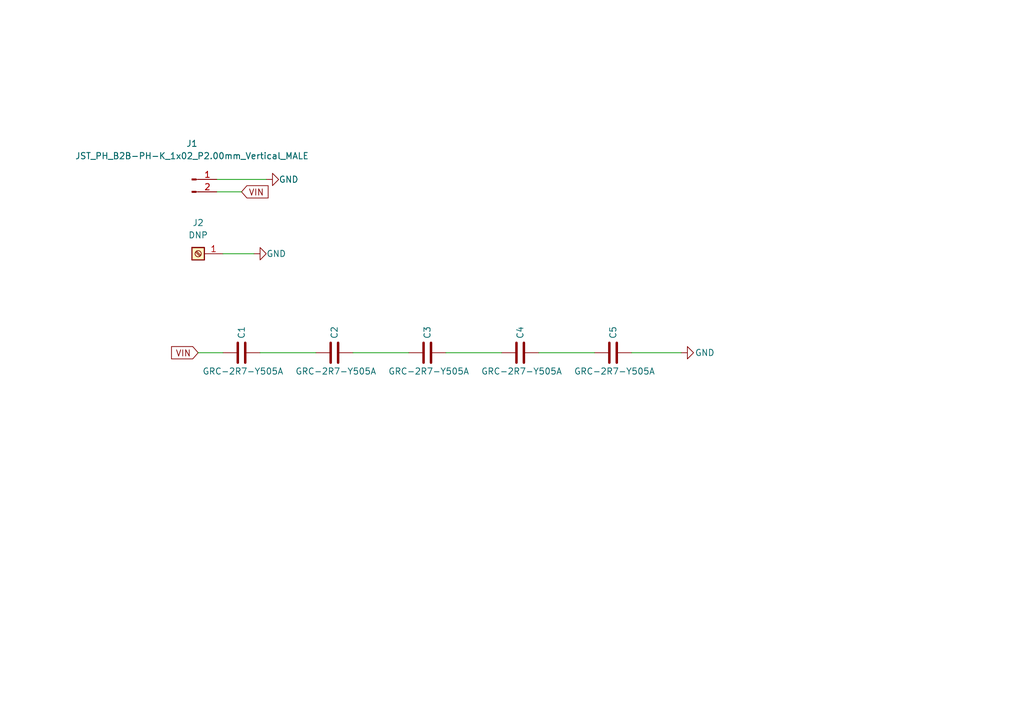
<source format=kicad_sch>
(kicad_sch (version 20231120) (generator "eeschema") (generator_version "8.0")
  (paper "A5")
  (lib_symbols
    (symbol "Connector:Conn_01x02_Pin" (pin_names (offset 1.016) hide)
      (property "Reference" "J" (at 0 2.54 0))
      (property "Value" "Conn_01x02_Pin" (at 0 -5.08 0))
      (symbol "Conn_01x02_Pin_1_1"
        (polyline (pts (xy 1.27 -2.54) (xy 0.8636 -2.54)) (stroke (width 0.1524)))
        (polyline (pts (xy 1.27 0) (xy 0.8636 0)) (stroke (width 0.1524)))
        (rectangle (start 0.8636 -2.413) (end 0 -2.667) (stroke (width 0.1524)) (fill (type outline)))
        (rectangle (start 0.8636 0.127) (end 0 -0.127) (stroke (width 0.1524)) (fill (type outline)))
        (pin passive line (at 5.08 0 180) (length 3.81) (name "Pin_1") (number "1"))
        (pin passive line (at 5.08 -2.54 180) (length 3.81) (name "Pin_2") (number "2"))
      )
    )
    (symbol "Connector:Screw_Terminal_01x01" (pin_names (offset 1.016) hide)
      (property "Reference" "J" (at 0 2.54 0))
      (property "Value" "Screw_Terminal_01x01" (at 0 -2.54 0))
      (symbol "Screw_Terminal_01x01_1_1"
        (rectangle (start -1.27 1.27) (end 1.27 -1.27) (stroke (width 0.254)) (fill (type background)))
        (polyline (pts (xy -0.5334 0.3302) (xy 0.3302 -0.508)) (stroke (width 0.1524)))
        (polyline (pts (xy -0.3556 0.508) (xy 0.508 -0.3302)) (stroke (width 0.1524)))
        (circle (center 0 0) (radius 0.635) (stroke (width 0.1524)))
        (pin passive line (at -5.08 0 0) (length 3.81) (name "Pin_1") (number "1"))
      )
    )
    (symbol "Device:C" (pin_numbers hide) (pin_names (offset 0.254))
      (property "Reference" "C" (at 0.635 2.54 0))
      (property "Value" "C" (at 0.635 -2.54 0))
      (symbol "C_0_1"
        (polyline (pts (xy -2.032 -0.762) (xy 2.032 -0.762)) (stroke (width 0.508)))
        (polyline (pts (xy -2.032 0.762) (xy 2.032 0.762)) (stroke (width 0.508)))
      )
      (symbol "C_1_1"
        (pin passive line (at 0 3.81 270) (length 2.794) (name "~") (number "1"))
        (pin passive line (at 0 -3.81 90) (length 2.794) (name "~") (number "2"))
      )
    )
    (symbol "power:GND" (power) (pin_names (offset 0))
      (property "Value" "GND" (at 0 -3.81 0))
      (symbol "GND_0_1"
        (polyline (pts (xy 0 0) (xy 0 -1.27) (xy 1.27 -1.27) (xy 0 -2.54) (xy -1.27 -1.27) (xy 0 -1.27)))
      )
      (symbol "GND_1_1"
        (pin power_in line (at 0 0 270) (length 0) hide (name "GND") (number "1"))
      )
    )
  )
  (wire (pts (xy 91.44 72.39) (xy 102.87 72.39)))
  (wire (pts (xy 52.07 52.07) (xy 45.72 52.07)))
  (wire (pts (xy 44.45 36.83) (xy 54.61 36.83)))
  (wire (pts (xy 49.53 39.37) (xy 44.45 39.37)))
  (wire (pts (xy 72.39 72.39) (xy 83.82 72.39)))
  (wire (pts (xy 40.64 72.39) (xy 45.72 72.39)))
  (wire (pts (xy 139.7 72.39) (xy 129.54 72.39)))
  (wire (pts (xy 110.49 72.39) (xy 121.92 72.39)))
  (wire (pts (xy 53.34 72.39) (xy 64.77 72.39)))
  (global_label "VIN" (shape input) (at 49.53 39.37 0) (property "Intersheetrefs" "${INTERSHEET_REFS}" (effects (hide yes))))
  (global_label "VIN" (shape input) (at 40.64 72.39 180) (property "Intersheetrefs" "${INTERSHEET_REFS}" (effects (hide yes))))
  (symbol (lib_id "Device:C") (at 49.53 72.39 90) (unit 1)
    (property "Reference" "C1" (at 49.53 69.596 0) (effects (justify left)))
    (property "Value" "GRC-2R7-Y505A" (at 58.166 76.2 90) (effects (justify left)))
    (property "Footprint" "Footprint Library:GRC-2R7-Y505A" (effects (hide yes)))
    (property "Description" "Unpolarized capacitor" (effects (hide yes)))
  )
  (symbol (lib_id "Device:C") (at 125.73 72.39 90) (unit 1)
    (property "Reference" "C5" (at 125.73 69.596 0) (effects (justify left)))
    (property "Value" "GRC-2R7-Y505A" (at 134.366 76.2 90) (effects (justify left)))
    (property "Footprint" "Footprint Library:GRC-2R7-Y505A" (effects (hide yes)))
    (property "Description" "Unpolarized capacitor" (effects (hide yes)))
  )
  (symbol (lib_id "Device:C") (at 106.68 72.39 90) (unit 1)
    (property "Reference" "C4" (at 106.68 69.596 0) (effects (justify left)))
    (property "Value" "GRC-2R7-Y505A" (at 115.316 76.2 90) (effects (justify left)))
    (property "Footprint" "Footprint Library:GRC-2R7-Y505A" (effects (hide yes)))
    (property "Description" "Unpolarized capacitor" (effects (hide yes)))
  )
  (symbol (lib_id "Device:C") (at 68.58 72.39 90) (unit 1)
    (property "Reference" "C2" (at 68.58 69.596 0) (effects (justify left)))
    (property "Value" "GRC-2R7-Y505A" (at 77.216 76.2 90) (effects (justify left)))
    (property "Footprint" "Footprint Library:GRC-2R7-Y505A" (effects (hide yes)))
    (property "Description" "Unpolarized capacitor" (effects (hide yes)))
  )
  (symbol (lib_id "power:GND") (at 139.7 72.39 90) (unit 1)
    (property "Reference" "#PWR02" (effects (hide yes)))
    (property "Value" "GND" (at 142.494 72.39 90) (effects (justify right)))
    (property "Description" "Power symbol creates a global label with name \"GND\" , ground" (effects (hide yes)))
  )
  (symbol (lib_id "Device:C") (at 87.63 72.39 90) (unit 1)
    (property "Reference" "C3" (at 87.63 69.596 0) (effects (justify left)))
    (property "Value" "GRC-2R7-Y505A" (at 96.266 76.2 90) (effects (justify left)))
    (property "Footprint" "Footprint Library:GRC-2R7-Y505A" (effects (hide yes)))
    (property "Description" "Unpolarized capacitor" (effects (hide yes)))
  )
  (symbol (lib_id "Connector:Conn_01x02_Pin") (at 39.37 36.83 0) (unit 1)
    (property "Reference" "J1" (at 39.37 29.464 0))
    (property "Value" "JST_PH_B2B-PH-K_1x02_P2.00mm_Vertical_MALE" (at 39.37 32.004 0))
    (property "Footprint" "Connector_JST:JST_PH_B2B-PH-K_1x02_P2.00mm_Vertical" (effects (hide yes)))
    (property "Description" "Generic connector, single row, 01x02, script generated" (effects (hide yes)))
  )
  (symbol (lib_id "power:GND") (at 52.07 52.07 90) (unit 1)
    (property "Reference" "#PWR03" (effects (hide yes)))
    (property "Value" "GND" (at 54.61 52.07 90) (effects (justify right)))
    (property "Description" "Power symbol creates a global label with name \"GND\" , ground" (effects (hide yes)))
  )
  (symbol (lib_id "power:GND") (at 54.61 36.83 90) (unit 1)
    (property "Reference" "#PWR01" (effects (hide yes)))
    (property "Value" "GND" (at 57.15 36.83 90) (effects (justify right)))
    (property "Description" "Power symbol creates a global label with name \"GND\" , ground" (effects (hide yes)))
  )
  (symbol (lib_id "Connector:Screw_Terminal_01x01") (at 40.64 52.07 180) (unit 1)
    (property "Reference" "J2" (at 40.64 45.72 0))
    (property "Value" "DNP" (at 40.64 48.26 0))
    (property "Footprint" "Footprint Library:Screw Terminal Shinbo" (effects (hide yes)))
    (property "Description" "Generic screw terminal, single row, 01x01, script generated (kicad-library-utils/schlib/autogen/connector/)" (effects (hide yes)))
  )
)
</source>
